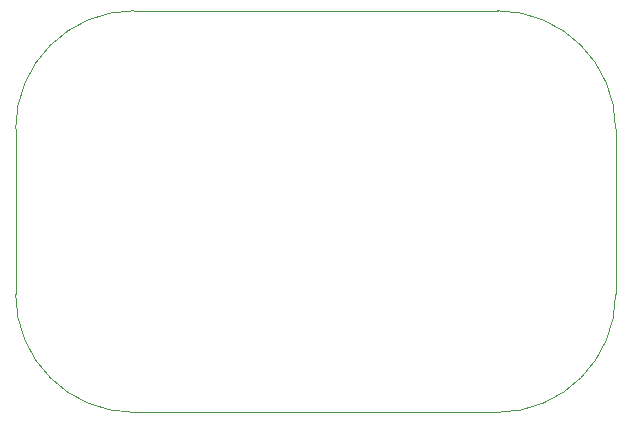
<source format=gbr>
%TF.GenerationSoftware,KiCad,Pcbnew,6.0.9*%
%TF.CreationDate,2022-11-20T22:09:47-05:00*%
%TF.ProjectId,biym-board,6269796d-2d62-46f6-9172-642e6b696361,1.2*%
%TF.SameCoordinates,Original*%
%TF.FileFunction,Profile,NP*%
%FSLAX46Y46*%
G04 Gerber Fmt 4.6, Leading zero omitted, Abs format (unit mm)*
G04 Created by KiCad (PCBNEW 6.0.9) date 2022-11-20 22:09:47*
%MOMM*%
%LPD*%
G01*
G04 APERTURE LIST*
%TA.AperFunction,Profile*%
%ADD10C,0.100000*%
%TD*%
G04 APERTURE END LIST*
D10*
X124600000Y-117000000D02*
X155400000Y-117000000D01*
X155400000Y-117000000D02*
G75*
G03*
X165400000Y-107000000I0J10000000D01*
G01*
X124600000Y-83000000D02*
X155400000Y-83000000D01*
X114600000Y-107000000D02*
G75*
G03*
X124600000Y-117000000I10000000J0D01*
G01*
X165400000Y-93000000D02*
X165400000Y-107000000D01*
X114600000Y-93000000D02*
X114600000Y-107000000D01*
X124600000Y-83000000D02*
G75*
G03*
X114600000Y-93000000I0J-10000000D01*
G01*
X165400000Y-93000000D02*
G75*
G03*
X155400000Y-83000000I-10000000J0D01*
G01*
M02*

</source>
